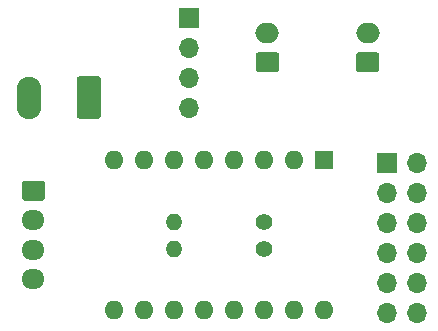
<source format=gbr>
%TF.GenerationSoftware,KiCad,Pcbnew,(5.1.6)-1*%
%TF.CreationDate,2022-03-03T12:09:35+01:00*%
%TF.ProjectId,pmod_shield,706d6f64-5f73-4686-9965-6c642e6b6963,rev?*%
%TF.SameCoordinates,Original*%
%TF.FileFunction,Copper,L1,Top*%
%TF.FilePolarity,Positive*%
%FSLAX46Y46*%
G04 Gerber Fmt 4.6, Leading zero omitted, Abs format (unit mm)*
G04 Created by KiCad (PCBNEW (5.1.6)-1) date 2022-03-03 12:09:35*
%MOMM*%
%LPD*%
G01*
G04 APERTURE LIST*
%TA.AperFunction,ComponentPad*%
%ADD10O,1.600000X1.600000*%
%TD*%
%TA.AperFunction,ComponentPad*%
%ADD11R,1.600000X1.600000*%
%TD*%
%TA.AperFunction,ComponentPad*%
%ADD12O,2.000000X1.700000*%
%TD*%
%TA.AperFunction,ComponentPad*%
%ADD13O,1.950000X1.700000*%
%TD*%
%TA.AperFunction,ComponentPad*%
%ADD14O,2.080000X3.600000*%
%TD*%
%TA.AperFunction,ComponentPad*%
%ADD15O,1.700000X1.700000*%
%TD*%
%TA.AperFunction,ComponentPad*%
%ADD16R,1.700000X1.700000*%
%TD*%
%TA.AperFunction,ComponentPad*%
%ADD17C,1.400000*%
%TD*%
%TA.AperFunction,ComponentPad*%
%ADD18O,1.400000X1.400000*%
%TD*%
G04 APERTURE END LIST*
D10*
%TO.P,A1,16*%
%TO.N,dir*%
X155638500Y-106807000D03*
%TO.P,A1,8*%
%TO.N,+12V*%
X137858500Y-94107000D03*
%TO.P,A1,15*%
%TO.N,step*%
X153098500Y-106807000D03*
%TO.P,A1,7*%
%TO.N,GND*%
X140398500Y-94107000D03*
%TO.P,A1,14*%
%TO.N,Net-(A1-Pad13)*%
X150558500Y-106807000D03*
%TO.P,A1,6*%
%TO.N,Net-(A1-Pad6)*%
X142938500Y-94107000D03*
%TO.P,A1,13*%
%TO.N,Net-(A1-Pad13)*%
X148018500Y-106807000D03*
%TO.P,A1,5*%
%TO.N,Net-(A1-Pad5)*%
X145478500Y-94107000D03*
%TO.P,A1,12*%
%TO.N,Net-(A1-Pad12)*%
X145478500Y-106807000D03*
%TO.P,A1,4*%
%TO.N,Net-(A1-Pad4)*%
X148018500Y-94107000D03*
%TO.P,A1,11*%
%TO.N,Net-(A1-Pad11)*%
X142938500Y-106807000D03*
%TO.P,A1,3*%
%TO.N,Net-(A1-Pad3)*%
X150558500Y-94107000D03*
%TO.P,A1,10*%
%TO.N,Net-(A1-Pad10)*%
X140398500Y-106807000D03*
%TO.P,A1,2*%
%TO.N,+3V3*%
X153098500Y-94107000D03*
%TO.P,A1,9*%
%TO.N,ena*%
X137858500Y-106807000D03*
D11*
%TO.P,A1,1*%
%TO.N,GND*%
X155638500Y-94107000D03*
%TD*%
D12*
%TO.P,J5,2*%
%TO.N,GND*%
X159308800Y-83352000D03*
%TO.P,J5,1*%
%TO.N,stop2*%
%TA.AperFunction,ComponentPad*%
G36*
G01*
X160058800Y-86702000D02*
X158558800Y-86702000D01*
G75*
G02*
X158308800Y-86452000I0J250000D01*
G01*
X158308800Y-85252000D01*
G75*
G02*
X158558800Y-85002000I250000J0D01*
G01*
X160058800Y-85002000D01*
G75*
G02*
X160308800Y-85252000I0J-250000D01*
G01*
X160308800Y-86452000D01*
G75*
G02*
X160058800Y-86702000I-250000J0D01*
G01*
G37*
%TD.AperFunction*%
%TD*%
%TO.P,J4,2*%
%TO.N,GND*%
X150825200Y-83352000D03*
%TO.P,J4,1*%
%TO.N,stop1*%
%TA.AperFunction,ComponentPad*%
G36*
G01*
X151575200Y-86702000D02*
X150075200Y-86702000D01*
G75*
G02*
X149825200Y-86452000I0J250000D01*
G01*
X149825200Y-85252000D01*
G75*
G02*
X150075200Y-85002000I250000J0D01*
G01*
X151575200Y-85002000D01*
G75*
G02*
X151825200Y-85252000I0J-250000D01*
G01*
X151825200Y-86452000D01*
G75*
G02*
X151575200Y-86702000I-250000J0D01*
G01*
G37*
%TD.AperFunction*%
%TD*%
D13*
%TO.P,J6,4*%
%TO.N,scl*%
X131013200Y-104223200D03*
%TO.P,J6,3*%
%TO.N,sda*%
X131013200Y-101723200D03*
%TO.P,J6,2*%
%TO.N,GND*%
X131013200Y-99223200D03*
%TO.P,J6,1*%
%TO.N,+3V3*%
%TA.AperFunction,ComponentPad*%
G36*
G01*
X130288200Y-95873200D02*
X131738200Y-95873200D01*
G75*
G02*
X131988200Y-96123200I0J-250000D01*
G01*
X131988200Y-97323200D01*
G75*
G02*
X131738200Y-97573200I-250000J0D01*
G01*
X130288200Y-97573200D01*
G75*
G02*
X130038200Y-97323200I0J250000D01*
G01*
X130038200Y-96123200D01*
G75*
G02*
X130288200Y-95873200I250000J0D01*
G01*
G37*
%TD.AperFunction*%
%TD*%
D14*
%TO.P,J3,2*%
%TO.N,+12V*%
X130619500Y-88836500D03*
%TO.P,J3,1*%
%TO.N,GND*%
%TA.AperFunction,ComponentPad*%
G36*
G01*
X136739500Y-87286499D02*
X136739500Y-90386501D01*
G75*
G02*
X136489501Y-90636500I-249999J0D01*
G01*
X134909499Y-90636500D01*
G75*
G02*
X134659500Y-90386501I0J249999D01*
G01*
X134659500Y-87286499D01*
G75*
G02*
X134909499Y-87036500I249999J0D01*
G01*
X136489501Y-87036500D01*
G75*
G02*
X136739500Y-87286499I0J-249999D01*
G01*
G37*
%TD.AperFunction*%
%TD*%
D15*
%TO.P,J2,12*%
%TO.N,dir*%
X163525200Y-107086400D03*
%TO.P,J2,11*%
%TO.N,step*%
X160985200Y-107086400D03*
%TO.P,J2,10*%
%TO.N,Net-(J2-Pad10)*%
X163525200Y-104546400D03*
%TO.P,J2,9*%
%TO.N,ena*%
X160985200Y-104546400D03*
%TO.P,J2,8*%
%TO.N,stop2*%
X163525200Y-102006400D03*
%TO.P,J2,7*%
%TO.N,scl*%
X160985200Y-102006400D03*
%TO.P,J2,6*%
%TO.N,stop1*%
X163525200Y-99466400D03*
%TO.P,J2,5*%
%TO.N,sda*%
X160985200Y-99466400D03*
%TO.P,J2,4*%
%TO.N,GND*%
X163525200Y-96926400D03*
%TO.P,J2,3*%
X160985200Y-96926400D03*
%TO.P,J2,2*%
%TO.N,+3V3*%
X163525200Y-94386400D03*
D16*
%TO.P,J2,1*%
X160985200Y-94386400D03*
%TD*%
D17*
%TO.P,R2,1*%
%TO.N,+3V3*%
X150558500Y-101701600D03*
D18*
%TO.P,R2,2*%
%TO.N,scl*%
X142938500Y-101701600D03*
%TD*%
D17*
%TO.P,R1,1*%
%TO.N,+3V3*%
X150558500Y-99415600D03*
D18*
%TO.P,R1,2*%
%TO.N,sda*%
X142938500Y-99415600D03*
%TD*%
D15*
%TO.P,J1,4*%
%TO.N,Net-(A1-Pad6)*%
X144170400Y-89712800D03*
%TO.P,J1,3*%
%TO.N,Net-(A1-Pad5)*%
X144170400Y-87172800D03*
%TO.P,J1,2*%
%TO.N,Net-(A1-Pad4)*%
X144170400Y-84632800D03*
D16*
%TO.P,J1,1*%
%TO.N,Net-(A1-Pad3)*%
X144170400Y-82092800D03*
%TD*%
M02*

</source>
